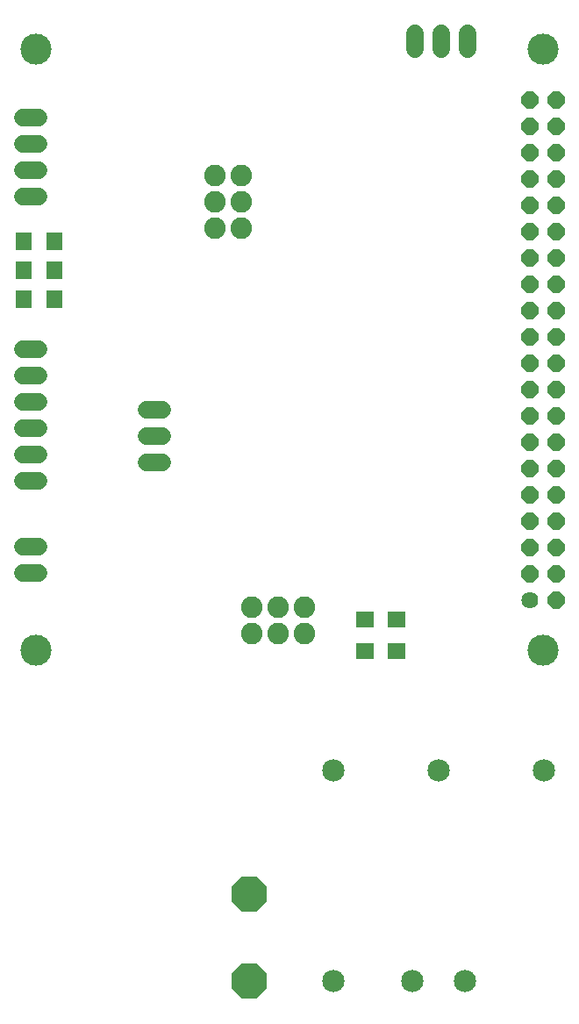
<source format=gbr>
G04 EAGLE Gerber RS-274X export*
G75*
%MOMM*%
%FSLAX34Y34*%
%LPD*%
%INSoldermask Bottom*%
%IPPOS*%
%AMOC8*
5,1,8,0,0,1.08239X$1,22.5*%
G01*
%ADD10C,1.625600*%
%ADD11P,1.759533X8X112.500000*%
%ADD12C,3.003200*%
%ADD13C,2.082800*%
%ADD14C,1.727200*%
%ADD15C,2.153200*%
%ADD16P,3.656530X8X202.500000*%
%ADD17R,1.603200X1.803200*%
%ADD18R,1.803200X1.603200*%


D10*
X657300Y458700D03*
D11*
X682700Y458700D03*
X657300Y484100D03*
X682700Y484100D03*
X657300Y509500D03*
X682700Y509500D03*
X657300Y534900D03*
X682700Y534900D03*
X657300Y560300D03*
X682700Y560300D03*
X657300Y585700D03*
X682700Y585700D03*
X657300Y611100D03*
X682700Y611100D03*
X657300Y636500D03*
X682700Y636500D03*
X657300Y661900D03*
X682700Y661900D03*
X657300Y687300D03*
X682700Y687300D03*
X657300Y712700D03*
X682700Y712700D03*
X657300Y738100D03*
X682700Y738100D03*
X657300Y763500D03*
X682700Y763500D03*
X657300Y788900D03*
X682700Y788900D03*
X657300Y814300D03*
X682700Y814300D03*
X657300Y839700D03*
X682700Y839700D03*
X657300Y865100D03*
X682700Y865100D03*
X657300Y890500D03*
X682700Y890500D03*
X657300Y915900D03*
X682700Y915900D03*
X657300Y941300D03*
X682700Y941300D03*
D12*
X180000Y410000D03*
X670000Y410000D03*
X180000Y990000D03*
X670000Y990000D03*
D13*
X378460Y868680D03*
X353060Y868680D03*
X378460Y843280D03*
X353060Y843280D03*
X378460Y817880D03*
X353060Y817880D03*
X388620Y452120D03*
X388620Y426720D03*
X414020Y452120D03*
X414020Y426720D03*
X439420Y452120D03*
X439420Y426720D03*
D14*
X182880Y701040D02*
X167640Y701040D01*
X167640Y675640D02*
X182880Y675640D01*
X182880Y650240D02*
X167640Y650240D01*
X167640Y624840D02*
X182880Y624840D01*
X182880Y599440D02*
X167640Y599440D01*
X167640Y574040D02*
X182880Y574040D01*
X546100Y990600D02*
X546100Y1005840D01*
X571500Y1005840D02*
X571500Y990600D01*
X596900Y990600D02*
X596900Y1005840D01*
X182880Y924560D02*
X167640Y924560D01*
X167640Y899160D02*
X182880Y899160D01*
X182880Y873760D02*
X167640Y873760D01*
X167640Y848360D02*
X182880Y848360D01*
X182880Y485140D02*
X167640Y485140D01*
X167640Y510540D02*
X182880Y510540D01*
D15*
X594360Y91440D03*
X543560Y91440D03*
X670560Y294640D03*
X568960Y294640D03*
X467360Y294640D03*
X467360Y91440D03*
D16*
X386080Y175260D03*
X386080Y91440D03*
D17*
X168340Y805180D03*
X198340Y805180D03*
X168340Y777240D03*
X198340Y777240D03*
X168340Y749300D03*
X198340Y749300D03*
D18*
X497840Y409640D03*
X497840Y439640D03*
X528320Y409640D03*
X528320Y439640D03*
D14*
X302260Y591820D02*
X287020Y591820D01*
X287020Y617220D02*
X302260Y617220D01*
X302260Y642620D02*
X287020Y642620D01*
M02*

</source>
